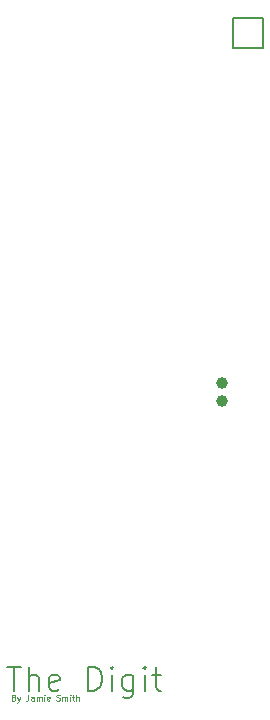
<source format=gbr>
%TF.GenerationSoftware,KiCad,Pcbnew,(6.0.7)*%
%TF.CreationDate,2022-08-09T03:43:16+01:00*%
%TF.ProjectId,digitsbest,64696769-7473-4626-9573-742e6b696361,v1.0.0*%
%TF.SameCoordinates,Original*%
%TF.FileFunction,Legend,Top*%
%TF.FilePolarity,Positive*%
%FSLAX46Y46*%
G04 Gerber Fmt 4.6, Leading zero omitted, Abs format (unit mm)*
G04 Created by KiCad (PCBNEW (6.0.7)) date 2022-08-09 03:43:16*
%MOMM*%
%LPD*%
G01*
G04 APERTURE LIST*
%ADD10C,0.050000*%
%ADD11C,0.150000*%
%ADD12C,1.000000*%
G04 APERTURE END LIST*
D10*
X147689428Y-145760285D02*
X147760857Y-145784095D01*
X147784666Y-145807904D01*
X147808476Y-145855523D01*
X147808476Y-145926952D01*
X147784666Y-145974571D01*
X147760857Y-145998380D01*
X147713238Y-146022190D01*
X147522761Y-146022190D01*
X147522761Y-145522190D01*
X147689428Y-145522190D01*
X147737047Y-145546000D01*
X147760857Y-145569809D01*
X147784666Y-145617428D01*
X147784666Y-145665047D01*
X147760857Y-145712666D01*
X147737047Y-145736476D01*
X147689428Y-145760285D01*
X147522761Y-145760285D01*
X147975142Y-145688857D02*
X148094190Y-146022190D01*
X148213238Y-145688857D02*
X148094190Y-146022190D01*
X148046571Y-146141238D01*
X148022761Y-146165047D01*
X147975142Y-146188857D01*
X148927523Y-145522190D02*
X148927523Y-145879333D01*
X148903714Y-145950761D01*
X148856095Y-145998380D01*
X148784666Y-146022190D01*
X148737047Y-146022190D01*
X149379904Y-146022190D02*
X149379904Y-145760285D01*
X149356095Y-145712666D01*
X149308476Y-145688857D01*
X149213238Y-145688857D01*
X149165619Y-145712666D01*
X149379904Y-145998380D02*
X149332285Y-146022190D01*
X149213238Y-146022190D01*
X149165619Y-145998380D01*
X149141809Y-145950761D01*
X149141809Y-145903142D01*
X149165619Y-145855523D01*
X149213238Y-145831714D01*
X149332285Y-145831714D01*
X149379904Y-145807904D01*
X149618000Y-146022190D02*
X149618000Y-145688857D01*
X149618000Y-145736476D02*
X149641809Y-145712666D01*
X149689428Y-145688857D01*
X149760857Y-145688857D01*
X149808476Y-145712666D01*
X149832285Y-145760285D01*
X149832285Y-146022190D01*
X149832285Y-145760285D02*
X149856095Y-145712666D01*
X149903714Y-145688857D01*
X149975142Y-145688857D01*
X150022761Y-145712666D01*
X150046571Y-145760285D01*
X150046571Y-146022190D01*
X150284666Y-146022190D02*
X150284666Y-145688857D01*
X150284666Y-145522190D02*
X150260857Y-145546000D01*
X150284666Y-145569809D01*
X150308476Y-145546000D01*
X150284666Y-145522190D01*
X150284666Y-145569809D01*
X150713238Y-145998380D02*
X150665619Y-146022190D01*
X150570380Y-146022190D01*
X150522761Y-145998380D01*
X150498952Y-145950761D01*
X150498952Y-145760285D01*
X150522761Y-145712666D01*
X150570380Y-145688857D01*
X150665619Y-145688857D01*
X150713238Y-145712666D01*
X150737047Y-145760285D01*
X150737047Y-145807904D01*
X150498952Y-145855523D01*
X151308476Y-145998380D02*
X151379904Y-146022190D01*
X151498952Y-146022190D01*
X151546571Y-145998380D01*
X151570380Y-145974571D01*
X151594190Y-145926952D01*
X151594190Y-145879333D01*
X151570380Y-145831714D01*
X151546571Y-145807904D01*
X151498952Y-145784095D01*
X151403714Y-145760285D01*
X151356095Y-145736476D01*
X151332285Y-145712666D01*
X151308476Y-145665047D01*
X151308476Y-145617428D01*
X151332285Y-145569809D01*
X151356095Y-145546000D01*
X151403714Y-145522190D01*
X151522761Y-145522190D01*
X151594190Y-145546000D01*
X151808476Y-146022190D02*
X151808476Y-145688857D01*
X151808476Y-145736476D02*
X151832285Y-145712666D01*
X151879904Y-145688857D01*
X151951333Y-145688857D01*
X151998952Y-145712666D01*
X152022761Y-145760285D01*
X152022761Y-146022190D01*
X152022761Y-145760285D02*
X152046571Y-145712666D01*
X152094190Y-145688857D01*
X152165619Y-145688857D01*
X152213238Y-145712666D01*
X152237047Y-145760285D01*
X152237047Y-146022190D01*
X152475142Y-146022190D02*
X152475142Y-145688857D01*
X152475142Y-145522190D02*
X152451333Y-145546000D01*
X152475142Y-145569809D01*
X152498952Y-145546000D01*
X152475142Y-145522190D01*
X152475142Y-145569809D01*
X152641809Y-145688857D02*
X152832285Y-145688857D01*
X152713238Y-145522190D02*
X152713238Y-145950761D01*
X152737047Y-145998380D01*
X152784666Y-146022190D01*
X152832285Y-146022190D01*
X152998952Y-146022190D02*
X152998952Y-145522190D01*
X153213238Y-146022190D02*
X153213238Y-145760285D01*
X153189428Y-145712666D01*
X153141809Y-145688857D01*
X153070380Y-145688857D01*
X153022761Y-145712666D01*
X152998952Y-145736476D01*
D11*
X147146190Y-143176761D02*
X148289047Y-143176761D01*
X147717619Y-145176761D02*
X147717619Y-143176761D01*
X148955714Y-145176761D02*
X148955714Y-143176761D01*
X149812857Y-145176761D02*
X149812857Y-144129142D01*
X149717619Y-143938666D01*
X149527142Y-143843428D01*
X149241428Y-143843428D01*
X149050952Y-143938666D01*
X148955714Y-144033904D01*
X151527142Y-145081523D02*
X151336666Y-145176761D01*
X150955714Y-145176761D01*
X150765238Y-145081523D01*
X150670000Y-144891047D01*
X150670000Y-144129142D01*
X150765238Y-143938666D01*
X150955714Y-143843428D01*
X151336666Y-143843428D01*
X151527142Y-143938666D01*
X151622380Y-144129142D01*
X151622380Y-144319619D01*
X150670000Y-144510095D01*
X154003333Y-145176761D02*
X154003333Y-143176761D01*
X154479523Y-143176761D01*
X154765238Y-143272000D01*
X154955714Y-143462476D01*
X155050952Y-143652952D01*
X155146190Y-144033904D01*
X155146190Y-144319619D01*
X155050952Y-144700571D01*
X154955714Y-144891047D01*
X154765238Y-145081523D01*
X154479523Y-145176761D01*
X154003333Y-145176761D01*
X156003333Y-145176761D02*
X156003333Y-143843428D01*
X156003333Y-143176761D02*
X155908095Y-143272000D01*
X156003333Y-143367238D01*
X156098571Y-143272000D01*
X156003333Y-143176761D01*
X156003333Y-143367238D01*
X157812857Y-143843428D02*
X157812857Y-145462476D01*
X157717619Y-145652952D01*
X157622380Y-145748190D01*
X157431904Y-145843428D01*
X157146190Y-145843428D01*
X156955714Y-145748190D01*
X157812857Y-145081523D02*
X157622380Y-145176761D01*
X157241428Y-145176761D01*
X157050952Y-145081523D01*
X156955714Y-144986285D01*
X156860476Y-144795809D01*
X156860476Y-144224380D01*
X156955714Y-144033904D01*
X157050952Y-143938666D01*
X157241428Y-143843428D01*
X157622380Y-143843428D01*
X157812857Y-143938666D01*
X158765238Y-145176761D02*
X158765238Y-143843428D01*
X158765238Y-143176761D02*
X158670000Y-143272000D01*
X158765238Y-143367238D01*
X158860476Y-143272000D01*
X158765238Y-143176761D01*
X158765238Y-143367238D01*
X159431904Y-143843428D02*
X160193809Y-143843428D01*
X159717619Y-143176761D02*
X159717619Y-144891047D01*
X159812857Y-145081523D01*
X160003333Y-145176761D01*
X160193809Y-145176761D01*
%TO.C,*%
%TO.C,MCU1*%
%TO.C,*%
%TO.C,MCU1*%
X168809718Y-90789276D02*
X166269718Y-90789276D01*
X166269718Y-90789276D02*
X166269718Y-88249276D01*
X168809718Y-88249276D02*
X168809718Y-90789276D01*
X168809718Y-88249276D02*
X166269718Y-88249276D01*
%TD*%
D12*
%TO.C,*%
X165354000Y-120638000D03*
X165354000Y-119138000D03*
%TD*%
M02*

</source>
